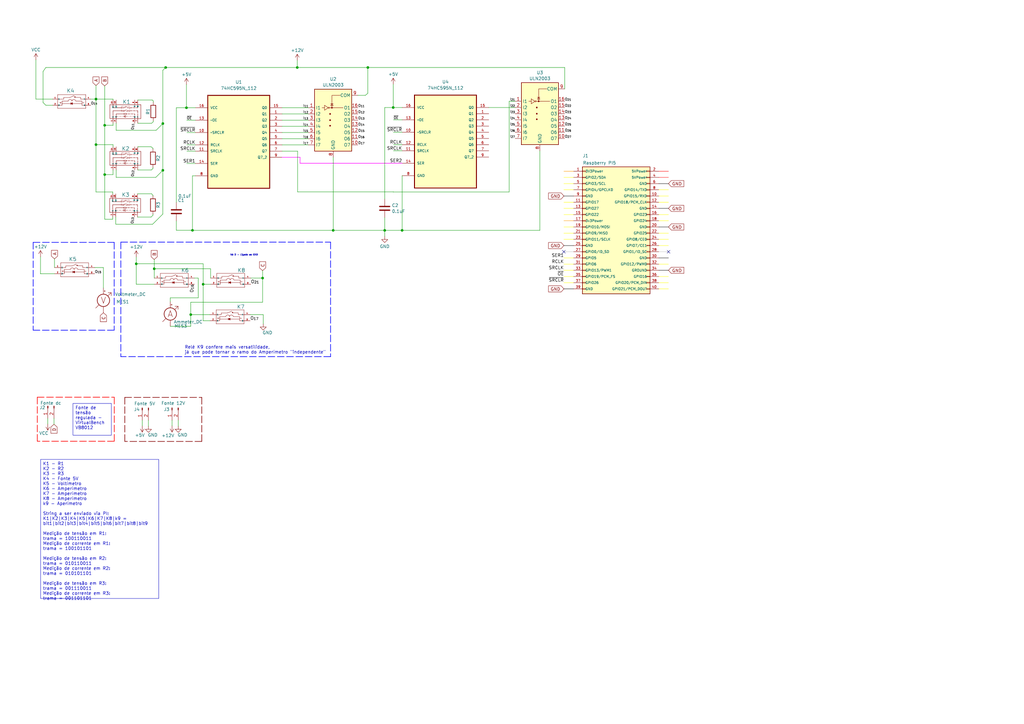
<source format=kicad_sch>
(kicad_sch (version 20231120) (generator "eeschema") (generator_version "8.0")
  (paper "A3")
  (lib_symbols
    (symbol "3570-1331-123:3570-1331-123" (pin_names (offset 0.254))
      (property "Reference" "K" (at 19.6596 2.7432 0))
      (property "Value" "3570-1331-123" (at 19.9136 0.1524 0))
      (symbol "3570-1331-123_1_1"
        (pin unspecified line (at 12.192 -3.81 0) (length 2) (name "1") (number "1"))
        (pin unspecified line (at 12.192 -6.35 0) (length 2) (name "2") (number "2"))
        (pin unspecified line (at 27.8384 -6.35 180) (length 2) (name "3") (number "3"))
        (pin unspecified line (at 27.8384 -3.81 180) (length 2) (name "4") (number "4"))
      )
    )
    (symbol "3570-1331-123_1" (pin_names (offset 0.254))
      (property "Reference" "K" (at 19.6596 2.7432 0))
      (property "Value" "3570-1331-123" (at 19.9136 0.1524 0))
      (symbol "3570-1331-123_1_1_1"
        (pin unspecified line (at 12.065 -3.81 0) (length 2.54) (name "1") (number "1"))
        (pin unspecified line (at 12.065 -6.35 0) (length 2.54) (name "2") (number "2"))
        (pin unspecified line (at 28.575 -6.35 180) (length 2.54) (name "3") (number "3"))
        (pin unspecified line (at 28.575 -3.81 180) (length 2.54) (name "4") (number "4"))
      )
    )
    (symbol "3572-1220-123:3572-1220-123" (pin_names (offset 0.254))
      (property "Reference" "K1" (at -14.605 5.715 0))
      (property "Value" "3572-1220-123" (at -10.16 5.715 0))
      (symbol "3572-1220-123_1_1"
        (pin unspecified line (at -5.08 -10.16 90) (length 2) (name "1") (number "1"))
        (pin unspecified line (at -3.81 -0.635 270) (length 2) (name "13") (number "13"))
        (pin unspecified line (at -5.08 -0.635 270) (length 2) (name "14") (number "14"))
        (pin unspecified line (at -3.81 -10.16 90) (length 2) (name "2") (number "2"))
        (pin unspecified line (at 3.81 -10.16 90) (length 2) (name "6") (number "6"))
        (pin unspecified line (at 5.08 -10.16 90) (length 2) (name "7") (number "7"))
        (pin unspecified line (at 5.08 -0.635 270) (length 2) (name "8") (number "8"))
        (pin unspecified line (at 3.81 -0.635 270) (length 2) (name "9") (number "9"))
      )
    )
    (symbol "74HC595N:74HC595N_112" (pin_names (offset 1.016))
      (property "Reference" "U" (at -5.2866 17.8676 0))
      (property "Value" "74HC595N_112" (at -4.4502 -27.7437 0))
      (symbol "74HC595N_112_0_0"
        (pin output line (at 17.78 7.62 180) (length 5.08) (name "Q1") (number "1"))
        (pin input line (at -17.78 5.08 0) (length 5.08) (name "~OE") (number "13"))
        (pin output line (at 17.78 10.16 180) (length 5.08) (name "Q0") (number "15"))
        (pin power_in line (at -17.78 10.16 0) (length 5.08) (name "VCC") (number "16"))
        (pin output line (at 17.78 5.08 180) (length 5.08) (name "Q2") (number "2"))
        (pin output line (at 17.78 2.54 180) (length 5.08) (name "Q3") (number "3"))
        (pin output line (at 17.78 0 180) (length 5.08) (name "Q4") (number "4"))
        (pin output line (at 17.78 -2.54 180) (length 5.08) (name "Q5") (number "5"))
        (pin output line (at 17.78 -5.08 180) (length 5.08) (name "Q6") (number "6"))
        (pin output line (at 17.78 -7.62 180) (length 5.08) (name "Q7") (number "7"))
        (pin passive line (at -17.78 -17.78 0) (length 5.08) (name "GND") (number "8"))
        (pin output line (at 17.78 -10.16 180) (length 5.08) (name "Q7_2") (number "9"))
      )
      (symbol "74HC595N_112_1_0"
        (pin input line (at -17.78 0 0) (length 5.08) (name "~SRCLR") (number "10"))
        (pin input line (at -17.78 -7.62 0) (length 5.08) (name "SRCLK") (number "11"))
        (pin input line (at -17.78 -5.08 0) (length 5.08) (name "RCLK") (number "12"))
        (pin input line (at -17.78 -12.7 0) (length 5.08) (name "SER") (number "14"))
      )
    )
    (symbol "Connector:Conn_01x02_Pin" (pin_names (offset 1.016) hide)
      (property "Reference" "J" (at 0 2.54 0))
      (property "Value" "Conn_01x02_Pin" (at 0 -5.08 0))
      (symbol "Conn_01x02_Pin_1_1"
        (pin passive line (at 5.08 0 180) (length 3.81) (name "Pin_1") (number "1"))
        (pin passive line (at 5.08 -2.54 180) (length 3.81) (name "Pin_2") (number "2"))
      )
    )
    (symbol "Device:Ammeter_DC" (pin_numbers hide) (pin_names (offset 0.0254) hide)
      (property "Reference" "MES" (at -3.302 1.016 0))
      (property "Value" "Ammeter_DC" (at -3.302 -0.762 0))
      (symbol "Ammeter_DC_0_0"
        (text "A" (at 0 0 0) (effects (font (size 2.54 2.54))))
      )
      (symbol "Ammeter_DC_1_1"
        (pin passive line (at 0 -5.08 90) (length 2.54) (name "-") (number "1"))
        (pin passive line (at 0 5.08 270) (length 2.54) (name "+") (number "2"))
      )
    )
    (symbol "Device:C" (pin_numbers hide) (pin_names (offset 0.254))
      (property "Reference" "C" (at 0.635 2.54 0))
      (property "Value" "C" (at 0.635 -2.54 0))
      (symbol "C_1_1"
        (pin passive line (at 0 3.81 270) (length 2.794) (name "~") (number "1"))
        (pin passive line (at 0 -3.81 90) (length 2.794) (name "~") (number "2"))
      )
    )
    (symbol "Device:R" (pin_numbers hide) (pin_names (offset 0))
      (property "Reference" "R" (at 2.032 0 90))
      (property "Value" "R" (at 0 0 90))
      (symbol "R_1_1"
        (pin passive line (at 0 3.81 270) (length 1.27) (name "~") (number "1"))
        (pin passive line (at 0 -3.81 90) (length 1.27) (name "~") (number "2"))
      )
    )
    (symbol "Device:Voltmeter_DC" (pin_numbers hide) (pin_names (offset 0.0254) hide)
      (property "Reference" "MES" (at -3.302 1.016 0))
      (property "Value" "Voltmeter_DC" (at -3.302 -0.762 0))
      (symbol "Voltmeter_DC_0_0"
        (text "V" (at 0 0 0) (effects (font (size 2.54 2.54))))
      )
      (symbol "Voltmeter_DC_1_1"
        (pin passive line (at 0 -5.08 90) (length 2.54) (name "-") (number "1"))
        (pin passive line (at 0 5.08 270) (length 2.54) (name "+") (number "2"))
      )
    )
    (symbol "PI5:Raspberry_PI5" (pin_names (offset 1.016))
      (property "Reference" "J2" (at 1.27 54.229 0))
      (property "Value" "Raspberry PI5" (at 6.9596 51.5112 0))
      (symbol "Raspberry_PI5_1_1"
        (pin passive line (at -5.08 48.26 0) (length 3.81) (name "3V3Power") (number "1"))
        (pin passive line (at 29.972 38.1 180) (length 3.81) (name "GPIO15/RXD") (number "10"))
        (pin passive line (at -5.08 35.56 0) (length 3.81) (name "GPIO17") (number "11"))
        (pin passive line (at 29.972 35.56 180) (length 3.81) (name "GPIO18/PCM_CLK") (number "12"))
        (pin passive line (at -5.08 33.02 0) (length 3.81) (name "GPIO27") (number "13"))
        (pin passive line (at 29.972 33.02 180) (length 3.81) (name "GND") (number "14"))
        (pin passive line (at -5.08 30.48 0) (length 3.81) (name "GPIO22") (number "15"))
        (pin passive line (at 29.972 30.48 180) (length 3.81) (name "GPIO23") (number "16"))
        (pin passive line (at -5.08 27.94 0) (length 3.81) (name "3v3Power") (number "17"))
        (pin passive line (at 29.972 27.94 180) (length 3.81) (name "GPIO24") (number "18"))
        (pin passive line (at -5.08 25.4 0) (length 3.81) (name "GPIO10/MOSI") (number "19"))
        (pin passive line (at 29.972 48.26 180) (length 3.81) (name "5VPower") (number "2"))
        (pin passive line (at 29.972 25.4 180) (length 3.81) (name "GND") (number "20"))
        (pin passive line (at -5.08 22.86 0) (length 3.81) (name "GPIO9/MISO") (number "21"))
        (pin passive line (at 29.972 22.86 180) (length 3.81) (name "GPIO25") (number "22"))
        (pin passive line (at -5.08 20.32 0) (length 3.81) (name "GPIO11/SCLK") (number "23"))
        (pin passive line (at 29.972 20.32 180) (length 3.81) (name "GPIO8/CE0") (number "24"))
        (pin passive line (at -5.08 17.78 0) (length 3.81) (name "GND") (number "25"))
        (pin passive line (at 29.972 17.78 180) (length 3.81) (name "GPIO7/CE1") (number "26"))
        (pin passive line (at -5.08 15.24 0) (length 3.81) (name "GPIO0/ID_SD") (number "27"))
        (pin passive line (at 29.972 15.24 180) (length 3.81) (name "GPIO1/ID_SC") (number "28"))
        (pin passive line (at -5.08 12.7 0) (length 3.81) (name "GPIO5") (number "29"))
        (pin passive line (at -5.08 45.72 0) (length 3.81) (name "GPIO2/SDA") (number "3"))
        (pin passive line (at 29.972 12.7 180) (length 3.81) (name "GND") (number "30"))
        (pin passive line (at -5.08 10.16 0) (length 3.81) (name "GPIO6") (number "31"))
        (pin passive line (at 29.972 10.16 180) (length 3.81) (name "GPIO12/PWM0") (number "32"))
        (pin passive line (at -5.08 7.62 0) (length 3.81) (name "GPIO13/PWM1") (number "33"))
        (pin passive line (at 29.972 7.62 180) (length 3.81) (name "GROUND") (number "34"))
        (pin passive line (at -5.08 5.08 0) (length 3.81) (name "GPIO19/PCM_FS") (number "35"))
        (pin passive line (at 29.972 5.08 180) (length 3.81) (name "GPIO16") (number "36"))
        (pin passive line (at -5.08 2.54 0) (length 3.81) (name "GPIO26") (number "37"))
        (pin passive line (at 29.972 2.54 180) (length 3.81) (name "GPIO20/PCM_DIN") (number "38"))
        (pin passive line (at -5.08 0 0) (length 3.81) (name "GND") (number "39"))
        (pin passive line (at 29.972 45.72 180) (length 3.81) (name "5VPower") (number "4"))
        (pin passive line (at 29.972 0 180) (length 3.81) (name "GPIO21/PCM_DOUT") (number "40"))
        (pin passive line (at -5.08 43.18 0) (length 3.81) (name "GPIO3/SCL") (number "5"))
        (pin passive line (at 29.972 43.18 180) (length 3.81) (name "GND") (number "6"))
        (pin passive line (at -5.08 40.64 0) (length 3.81) (name "GPIO4/GPCLK0") (number "7"))
        (pin passive line (at 29.972 40.64 180) (length 3.81) (name "GPIO14/TXD") (number "8"))
        (pin passive line (at -5.08 38.1 0) (length 3.81) (name "GND") (number "9"))
      )
    )
    (symbol "Transistor_Array:ULN2003"
      (property "Reference" "U" (at 0 15.875 0))
      (property "Value" "ULN2003" (at 0 13.97 0))
      (symbol "ULN2003_1_1"
        (pin input line (at -10.16 5.08 0) (length 2.54) (name "I1") (number "1"))
        (pin open_collector line (at 10.16 -10.16 180) (length 2.54) (name "O7") (number "10"))
        (pin open_collector line (at 10.16 -7.62 180) (length 2.54) (name "O6") (number "11"))
        (pin open_collector line (at 10.16 -5.08 180) (length 2.54) (name "O5") (number "12"))
        (pin open_collector line (at 10.16 -2.54 180) (length 2.54) (name "O4") (number "13"))
        (pin open_collector line (at 10.16 0 180) (length 2.54) (name "O3") (number "14"))
        (pin open_collector line (at 10.16 2.54 180) (length 2.54) (name "O2") (number "15"))
        (pin open_collector line (at 10.16 5.08 180) (length 2.54) (name "O1") (number "16"))
        (pin input line (at -10.16 2.54 0) (length 2.54) (name "I2") (number "2"))
        (pin input line (at -10.16 0 0) (length 2.54) (name "I3") (number "3"))
        (pin input line (at -10.16 -2.54 0) (length 2.54) (name "I4") (number "4"))
        (pin input line (at -10.16 -5.08 0) (length 2.54) (name "I5") (number "5"))
        (pin input line (at -10.16 -7.62 0) (length 2.54) (name "I6") (number "6"))
        (pin input line (at -10.16 -10.16 0) (length 2.54) (name "I7") (number "7"))
        (pin power_in line (at 0 -15.24 90) (length 2.54) (name "GND") (number "8"))
        (pin passive line (at 10.16 10.16 180) (length 2.54) (name "COM") (number "9"))
      )
    )
    (symbol "power:+12V" (power) (pin_names (offset 0))
      (property "Value" "+12V" (at 0 3.556 0))
      (symbol "+12V_1_1"
        (pin power_in line (at 0 0 90) (length 0) hide (name "+12V") (number "1"))
      )
    )
    (symbol "power:+5V" (power) (pin_names (offset 0))
      (property "Value" "+5V" (at 0 3.556 0))
      (symbol "+5V_1_1"
        (pin power_in line (at 0 0 90) (length 0) hide (name "+5V") (number "1"))
      )
    )
    (symbol "power:GND" (power) (pin_names (offset 0))
      (property "Value" "GND" (at 0 -3.81 0))
      (symbol "GND_1_1"
        (pin power_in line (at 0 0 270) (length 0) hide (name "GND") (number "1"))
      )
    )
    (symbol "power:VCC" (power) (pin_names (offset 0))
      (property "Value" "VCC" (at 0 3.81 0))
      (symbol "VCC_1_1"
        (pin power_in line (at 0 0 90) (length 0) hide (name "VCC") (number "1"))
      )
    )
  )
  (junction (at 161.2646 44.0944))
  (junction (at 76.4794 44.196))
  (junction (at 66.802 69.85))
  (junction (at 164.9213 94.488))
  (junction (at 42.926 51.3842))
  (junction (at 39.37 40.64))
  (junction (at 67.945 27.686))
  (junction (at 121.92 27.686))
  (junction (at 39.37 59.309))
  (junction (at 78.9432 94.4626))
  (junction (at 150.876 27.686))
  (junction (at 66.802 50.673))
  (junction (at 107.696 114.046))
  (junction (at 83.312 116.586))
  (junction (at 78.232 129.032))
  (junction (at 55.88 108.204))
  (junction (at 42.9329 71.6026))
  (junction (at 157.7848 94.488))
  (junction (at 63.246 110.236))
  (junction (at 136.652 94.488))
  (no_connect (at 231.267 103.251))
  (no_connect (at 274.193 103.251))
  (wire (pts (xy 231.267 118.491) (xy 235.204 118.491)) (stroke (width 0) (color 0 0 0 1)))
  (wire (pts (xy 136.652 94.488) (xy 157.7848 94.488)))
  (wire (pts (xy 83.312 116.586) (xy 83.312 108.204)))
  (wire (pts (xy 76.581 67.056) (xy 80.137 67.056)))
  (wire (pts (xy 56.388 79.502) (xy 62.23 79.502)))
  (wire (pts (xy 270.256 113.411) (xy 274.1676 113.411)) (stroke (width 0) (color 255 255 0 1)))
  (wire (pts (xy 67.945 27.686) (xy 121.92 27.686)))
  (wire (pts (xy 58.3438 172.3898) (xy 58.3438 174.6758)))
  (wire (pts (xy 62.738 88.265) (xy 61.976 89.027)))
  (wire (pts (xy 42.926 71.6026) (xy 42.9329 71.6026)))
  (wire (pts (xy 270.256 115.951) (xy 274.1676 115.951)) (stroke (width 0) (color 255 255 0 1)))
  (wire (pts (xy 21.59 43.18) (xy 18.796 43.18)))
  (wire (pts (xy 208.8134 41.5544) (xy 211.2772 41.5544)))
  (wire (pts (xy 161.3662 49.1744) (xy 164.9222 49.1744)))
  (wire (pts (xy 115.697 54.356) (xy 126.492 54.356)))
  (wire (pts (xy 115.697 59.436) (xy 126.492 59.436)))
  (wire (pts (xy 161.2646 44.0944) (xy 161.2646 34.5694)))
  (wire (pts (xy 231.267 75.311) (xy 235.204 75.311)) (stroke (width 0) (color 255 255 0 1)))
  (wire (pts (xy 62.738 60.833) (xy 61.976 60.198)))
  (wire (pts (xy 78.232 133.858) (xy 78.232 129.032)))
  (wire (pts (xy 62.611 91.948) (xy 66.802 87.757)))
  (wire (pts (xy 86.36 114.046) (xy 86.36 110.236)))
  (wire (pts (xy 164.9213 94.488) (xy 221.4372 94.488)))
  (wire (pts (xy 80.137 44.196) (xy 76.4794 44.196)))
  (wire (pts (xy 63.246 110.236) (xy 63.246 114.046)))
  (wire (pts (xy 17.653 29.337) (xy 18.796 27.686)))
  (wire (pts (xy 38.862 109.728) (xy 42.418 109.728)))
  (wire (pts (xy 51.181 162.9918) (xy 51.181 181.0512)) (stroke (width 0.254) (type dash) (color 132 0 0 1)))
  (wire (pts (xy 16.6116 112.2426) (xy 16.637 112.2426)))
  (wire (pts (xy 69.85 133.858) (xy 78.232 133.858)))
  (wire (pts (xy 62.865 41.402) (xy 62.484 41.021)))
  (wire (pts (xy 56.515 41.021) (xy 62.484 41.021)))
  (wire (pts (xy 22.352 106.172) (xy 22.352 109.728)))
  (wire (pts (xy 49.5554 99.314) (xy 135.5852 99.314)) (stroke (width 0.254) (type dash) (color 0 0 255 1)))
  (wire (pts (xy 83.312 108.204) (xy 55.88 108.204)))
  (wire (pts (xy 270.256 77.851) (xy 274.193 77.851)) (stroke (width 0) (color 255 255 0 1)))
  (wire (pts (xy 76.581 49.276) (xy 80.137 49.276)))
  (wire (pts (xy 46.3296 51.3588) (xy 46.355 51.3588)))
  (wire (pts (xy 39.37 35.052) (xy 39.37 40.64)))
  (wire (pts (xy 46.355 59.309) (xy 39.37 59.309)))
  (wire (pts (xy 231.267 108.331) (xy 235.204 108.331)) (stroke (width 0) (color 255 255 0 1)))
  (wire (pts (xy 76.4794 44.196) (xy 76.4794 34.671)))
  (wire (pts (xy 270.256 98.171) (xy 274.193 98.171)) (stroke (width 0) (color 255 255 0 1)))
  (wire (pts (xy 270.256 82.931) (xy 274.193 82.931)) (stroke (width 0) (color 255 255 0 1)))
  (wire (pts (xy 200.4822 44.0944) (xy 211.2772 44.0944)))
  (wire (pts (xy 78.9432 94.4626) (xy 78.9432 94.488)))
  (wire (pts (xy 231.267 115.951) (xy 235.204 115.951)) (stroke (width 0) (color 255 255 0 1)))
  (wire (pts (xy 231.267 80.391) (xy 235.204 80.391)) (stroke (width 0) (color 0 0 0 1)))
  (wire (pts (xy 17.653 42.037) (xy 17.653 29.337)))
  (wire (pts (xy 47.625 69.723) (xy 47.625 72.771)))
  (wire (pts (xy 83.312 131.572) (xy 83.312 116.586)))
  (wire (pts (xy 231.267 90.551) (xy 235.204 90.551)) (stroke (width 0) (color 255 153 0 1)))
  (wire (pts (xy 46.355 51.3588) (xy 46.355 50.546)))
  (wire (pts (xy 86.36 116.586) (xy 83.312 116.586)))
  (wire (pts (xy 22.1488 171.6024) (xy 22.1488 174.0154)))
  (wire (pts (xy 161.417 59.3344) (xy 164.9222 59.3344)))
  (wire (pts (xy 231.267 103.251) (xy 235.204 103.251)) (stroke (width 0) (color 194 194 194 1)))
  (wire (pts (xy 161.3408 78.74) (xy 161.3408 78.7146)))
  (wire (pts (xy 60.8838 172.3898) (xy 60.8838 174.8028)))
  (wire (pts (xy 122.047 61.976) (xy 122.047 78.7146)))
  (wire (pts (xy 107.696 123.952) (xy 78.232 123.952)))
  (wire (pts (xy 42.926 35.2298) (xy 42.926 51.3842)))
  (wire (pts (xy 86.36 110.236) (xy 63.246 110.236)))
  (wire (pts (xy 123.063 66.9544) (xy 164.9222 66.9544)) (stroke (width 0.2) (color 255 0 255 1)))
  (wire (pts (xy 164.9222 72.0344) (xy 164.9222 94.4871)))
  (wire (pts (xy 47.498 89.027) (xy 47.498 91.948)))
  (wire (pts (xy 121.92 24.765) (xy 121.92 27.686)))
  (wire (pts (xy 42.926 51.3842) (xy 46.3296 51.3842)))
  (wire (pts (xy 79.756 114.046) (xy 81.28 114.046)))
  (wire (pts (xy 231.267 105.791) (xy 235.204 105.791)) (stroke (width 0) (color 255 255 0 1)))
  (wire (pts (xy 56.515 69.723) (xy 62.103 69.723)))
  (wire (pts (xy 62.738 68.707) (xy 62.738 69.088)))
  (wire (pts (xy 51.181 162.9918) (xy 82.7532 162.9918)) (stroke (width 0.254) (type dash) (color 132 0 0 1)))
  (wire (pts (xy 46.355 60.198) (xy 46.355 59.309)))
  (wire (pts (xy 46.228 78.74) (xy 46.228 79.502)))
  (wire (pts (xy 78.232 129.032) (xy 86.106 129.032)))
  (wire (pts (xy 80.137 54.356) (xy 76.6572 54.356)))
  (wire (pts (xy 82.7532 181.0512) (xy 51.181 181.0512)) (stroke (width 0.254) (type dash) (color 132 0 0 1)))
  (wire (pts (xy 46.8376 99.3902) (xy 46.8376 135.4328)) (stroke (width 0.254) (type dash) (color 0 0 255 1)))
  (wire (pts (xy 122.047 78.7146) (xy 161.3408 78.7146)))
  (wire (pts (xy 231.267 100.711) (xy 235.204 100.711)) (stroke (width 0) (color 0 0 0 1)))
  (wire (pts (xy 63.881 72.771) (xy 66.802 69.85)))
  (wire (pts (xy 66.802 50.673) (xy 66.802 69.85)))
  (wire (pts (xy 62.865 49.911) (xy 62.23 50.546)))
  (wire (pts (xy 164.9222 94.4871) (xy 164.9213 94.488)))
  (wire (pts (xy 80.137 61.976) (xy 76.6572 61.976)))
  (wire (pts (xy 86.106 131.572) (xy 83.312 131.572)))
  (wire (pts (xy 15.2908 162.9156) (xy 15.2908 180.975)) (stroke (width 0.254) (type dash) (color 255 0 0 1)))
  (wire (pts (xy 47.625 72.771) (xy 63.881 72.771)))
  (wire (pts (xy 39.37 78.74) (xy 46.228 78.74)))
  (wire (pts (xy 150.876 27.686) (xy 150.876 38.227)))
  (wire (pts (xy 19.6088 171.6024) (xy 19.6088 173.8884)))
  (wire (pts (xy 15.2908 162.9156) (xy 46.863 162.9156)) (stroke (width 0.254) (type dash) (color 255 0 0 1)))
  (wire (pts (xy 16.637 112.2426) (xy 16.637 112.268)))
  (wire (pts (xy 161.3662 61.8744) (xy 164.9222 61.8744)))
  (wire (pts (xy 115.697 49.276) (xy 126.492 49.276)))
  (wire (pts (xy 107.696 110.998) (xy 107.696 114.046)))
  (wire (pts (xy 72.3392 94.4626) (xy 78.9432 94.4626)))
  (wire (pts (xy 39.37 59.309) (xy 39.37 78.74)))
  (wire (pts (xy 66.802 28.829) (xy 67.945 27.686)))
  (wire (pts (xy 157.7848 44.0944) (xy 161.2646 44.0944)))
  (wire (pts (xy 46.3296 51.3588) (xy 46.3296 51.3842)))
  (wire (pts (xy 14.732 24.5364) (xy 14.732 40.64)))
  (wire (pts (xy 270.256 105.791) (xy 274.193 105.791)) (stroke (width 0) (color 0 0 0 1)))
  (wire (pts (xy 42.9329 71.6026) (xy 46.355 71.6026)))
  (wire (pts (xy 102.87 114.046) (xy 107.696 114.046)))
  (wire (pts (xy 231.267 85.471) (xy 235.204 85.471)) (stroke (width 0) (color 255 255 0 1)))
  (wire (pts (xy 157.7848 89.2556) (xy 157.7848 94.488)))
  (wire (pts (xy 231.267 72.771) (xy 235.204 72.771)) (stroke (width 0) (color 255 255 0 1)))
  (wire (pts (xy 146.812 39.116) (xy 149.86 39.116)))
  (wire (pts (xy 121.92 27.686) (xy 150.876 27.686)))
  (wire (pts (xy 16.637 112.268) (xy 22.352 112.268)))
  (wire (pts (xy 46.355 40.64) (xy 46.355 41.021)))
  (wire (pts (xy 270.256 110.871) (xy 274.193 110.871)) (stroke (width 0) (color 0 0 0 1)))
  (wire (pts (xy 115.697 64.516) (xy 123.063 64.516)) (stroke (width 0.2) (color 255 0 255 1)))
  (wire (pts (xy 62.738 80.137) (xy 62.23 79.502)))
  (wire (pts (xy 270.256 95.631) (xy 274.193 95.631)) (stroke (width 0) (color 255 255 0 1)))
  (wire (pts (xy 62.738 61.087) (xy 62.738 60.833)))
  (wire (pts (xy 231.267 98.171) (xy 235.204 98.171)) (stroke (width 0) (color 255 255 0 1)))
  (wire (pts (xy 62.738 69.088) (xy 62.103 69.723)))
  (wire (pts (xy 46.8376 135.4328) (xy 13.6144 135.4328)) (stroke (width 0.254) (type dash) (color 0 0 255 1)))
  (wire (pts (xy 270.256 75.311) (xy 274.193 75.311)) (stroke (width 0) (color 0 0 0 1)))
  (wire (pts (xy 49.5554 99.314) (xy 49.5554 146.2786)) (stroke (width 0.254) (type dash) (color 0 0 255 1)))
  (wire (pts (xy 66.802 28.829) (xy 66.802 50.673)))
  (wire (pts (xy 270.256 70.231) (xy 274.193 70.231)) (stroke (width 0) (color 255 0 0 1)))
  (wire (pts (xy 47.625 53.467) (xy 64.008 53.467)))
  (wire (pts (xy 231.2924 88.011) (xy 235.204 88.011)) (stroke (width 0) (color 255 255 0 1)))
  (wire (pts (xy 72.3392 90.6272) (xy 72.3392 94.4626)))
  (wire (pts (xy 47.498 91.948) (xy 62.611 91.948)))
  (wire (pts (xy 150.876 27.686) (xy 231.5972 27.686)))
  (wire (pts (xy 42.418 109.728) (xy 42.418 118.11)))
  (wire (pts (xy 115.697 44.196) (xy 126.492 44.196)))
  (wire (pts (xy 66.802 69.85) (xy 66.802 87.757)))
  (wire (pts (xy 69.85 122.174) (xy 69.85 123.698)))
  (wire (pts (xy 135.5852 99.314) (xy 135.5852 146.2786)) (stroke (width 0.254) (type dash) (color 0 0 255 1)))
  (wire (pts (xy 81.28 114.046) (xy 81.28 122.174)))
  (wire (pts (xy 115.697 61.976) (xy 122.047 61.976)))
  (wire (pts (xy 42.9329 89.916) (xy 42.9329 71.6026)))
  (wire (pts (xy 72.3392 44.196) (xy 76.4794 44.196)))
  (wire (pts (xy 231.267 95.631) (xy 235.204 95.631)) (stroke (width 0) (color 255 255 0 1)))
  (wire (pts (xy 73.1012 172.3644) (xy 73.1012 174.7774)))
  (wire (pts (xy 270.256 108.331) (xy 274.1676 108.331)) (stroke (width 0) (color 255 255 0 1)))
  (wire (pts (xy 64.008 53.467) (xy 66.802 50.673)))
  (wire (pts (xy 62.738 80.264) (xy 62.738 80.137)))
  (wire (pts (xy 80.137 72.136) (xy 78.9432 72.136)))
  (wire (pts (xy 115.697 51.816) (xy 126.492 51.816)))
  (wire (pts (xy 208.8134 41.5544) (xy 208.8134 78.74)))
  (wire (pts (xy 231.267 82.931) (xy 235.204 82.931)) (stroke (width 0) (color 255 255 0 1)))
  (wire (pts (xy 78.232 123.952) (xy 78.232 129.032)))
  (wire (pts (xy 78.9432 94.488) (xy 136.652 94.488)))
  (wire (pts (xy 13.6144 99.3902) (xy 13.6144 135.4328)) (stroke (width 0.254) (type dash) (color 0 0 255 1)))
  (wire (pts (xy 157.7848 44.0944) (xy 157.7848 81.6356)))
  (wire (pts (xy 107.696 114.046) (xy 107.696 123.952)))
  (wire (pts (xy 13.6144 99.3902) (xy 46.8376 99.3902)) (stroke (width 0.254) (type dash) (color 0 0 255 1)))
  (wire (pts (xy 39.37 40.64) (xy 46.355 40.64)))
  (wire (pts (xy 231.267 70.231) (xy 235.204 70.231)) (stroke (width 0) (color 255 153 0 1)))
  (wire (pts (xy 231.267 110.871) (xy 235.204 110.871)) (stroke (width 0) (color 255 255 0 1)))
  (wire (pts (xy 270.256 118.491) (xy 274.1676 118.491)) (stroke (width 0) (color 255 255 0 1)))
  (wire (pts (xy 161.3662 54.2544) (xy 164.9222 54.2544)))
  (wire (pts (xy 221.4372 61.8744) (xy 221.4372 94.488)))
  (wire (pts (xy 70.5612 172.3644) (xy 70.5612 174.6504)))
  (wire (pts (xy 270.256 80.391) (xy 274.193 80.391)) (stroke (width 0) (color 255 255 0 1)))
  (wire (pts (xy 115.697 56.896) (xy 126.492 56.896)))
  (wire (pts (xy 37.2364 40.64) (xy 39.37 40.64)))
  (wire (pts (xy 47.625 50.546) (xy 47.625 53.467)))
  (wire (pts (xy 231.2924 93.091) (xy 235.204 93.091)) (stroke (width 0) (color 255 255 0 1)))
  (wire (pts (xy 149.86 39.116) (xy 150.876 38.227)))
  (wire (pts (xy 136.652 64.516) (xy 136.652 94.488)))
  (wire (pts (xy 62.738 87.884) (xy 62.738 88.265)))
  (wire (pts (xy 82.7532 162.9918) (xy 82.7532 181.0512)) (stroke (width 0.254) (type dash) (color 132 0 0 1)))
  (wire (pts (xy 16.6116 105.3084) (xy 16.6116 112.2426)))
  (wire (pts (xy 231.5972 27.686) (xy 231.5972 36.4744)))
  (wire (pts (xy 115.697 46.736) (xy 126.492 46.736)))
  (wire (pts (xy 231.2924 113.411) (xy 235.204 113.411)) (stroke (width 0) (color 255 255 0 1)))
  (wire (pts (xy 157.7848 94.488) (xy 157.7848 96.9518)))
  (wire (pts (xy 123.063 64.516) (xy 123.063 66.9544)) (stroke (width 0.2) (color 255 0 255 1)))
  (wire (pts (xy 72.3392 83.0072) (xy 72.3392 44.196)))
  (wire (pts (xy 161.2646 44.0944) (xy 164.9222 44.0944)))
  (wire (pts (xy 161.3408 78.74) (xy 208.8134 78.74)))
  (wire (pts (xy 270.256 90.551) (xy 274.193 90.551)) (stroke (width 0) (color 255 255 0 1)))
  (wire (pts (xy 157.7848 94.488) (xy 164.9213 94.488)))
  (wire (pts (xy 39.37 40.64) (xy 39.37 59.309)))
  (wire (pts (xy 270.256 93.091) (xy 274.193 93.091)) (stroke (width 0) (color 0 0 0 1)))
  (wire (pts (xy 270.256 103.251) (xy 274.193 103.251)) (stroke (width 0) (color 194 194 194 1)))
  (wire (pts (xy 107.95 129.032) (xy 107.95 132.842)))
  (wire (pts (xy 55.88 105.41) (xy 55.88 108.204)))
  (wire (pts (xy 14.732 40.64) (xy 21.59 40.64)))
  (wire (pts (xy 46.863 180.975) (xy 15.2908 180.975)) (stroke (width 0.254) (type dash) (color 255 0 0 1)))
  (wire (pts (xy 102.616 129.032) (xy 107.95 129.032)))
  (wire (pts (xy 18.796 43.18) (xy 17.653 42.037)))
  (wire (pts (xy 56.515 60.198) (xy 61.976 60.198)))
  (wire (pts (xy 46.228 89.916) (xy 42.9329 89.916)))
  (wire (pts (xy 270.256 88.011) (xy 274.193 88.011)) (stroke (width 0) (color 255 255 0 1)))
  (wire (pts (xy 42.926 51.3842) (xy 42.926 71.6026)))
  (wire (pts (xy 55.88 116.586) (xy 63.246 116.586)))
  (wire (pts (xy 78.9432 72.136) (xy 78.9432 94.4626)))
  (wire (pts (xy 62.865 49.53) (xy 62.865 49.911)))
  (wire (pts (xy 270.256 72.771) (xy 274.193 72.771)) (stroke (width 0) (color 255 0 0 1)))
  (wire (pts (xy 135.5852 146.2786) (xy 49.5554 146.2786)) (stroke (width 0.254) (type dash) (color 0 0 255 1)))
  (wire (pts (xy 46.355 69.723) (xy 46.355 71.6026)))
  (wire (pts (xy 62.865 41.91) (xy 62.865 41.402)))
  (wire (pts (xy 63.246 106.426) (xy 63.246 110.236)))
  (wire (pts (xy 56.515 50.546) (xy 62.23 50.546)))
  (wire (pts (xy 81.28 122.174) (xy 69.85 122.174)))
  (wire (pts (xy 55.88 108.204) (xy 55.88 116.586)))
  (wire (pts (xy 46.863 162.9156) (xy 46.863 180.975)) (stroke (width 0.254) (type dash) (color 255 0 0 1)))
  (wire (pts (xy 56.388 89.027) (xy 61.976 89.027)))
  (wire (pts (xy 231.267 77.851) (xy 235.204 77.851)) (stroke (width 0) (color 255 255 0 1)))
  (wire (pts (xy 270.256 85.471) (xy 274.193 85.471)) (stroke (width 0) (color 0 0 0 1)))
  (wire (pts (xy 46.228 89.916) (xy 46.228 89.027)))
  (wire (pts (xy 18.796 27.686) (xy 67.945 27.686)))
  (wire (pts (xy 270.256 100.711) (xy 274.1676 100.711)) (stroke (width 0) (color 255 255 0 1)))
  (wire (pts (xy 76.6318 59.436) (xy 80.137 59.436)))
  (text_box "Fonte de tensão regulada - VirtualBench VB8012" (at 29.9212 165.481 0) (size 15.7734 13.0048) (effects (font (size 1.27 1.27)) (justify left top)))
  (text_box "K1 - R1\nK2 - R2\nK3 - R3\nK4 - Fonte 5V\nK5 - Voltímetro\nK6 - Amperímetro\nK7 - Amperímetro\nK8 - Amperímetro\nk9 - Aperímetro\n\nString a ser enviado via PI: \nK1|K2|K3|K4|K5|K6|K7|K8|k9 = bit1|bit2|bit3|bit4|bit5|bit6|bit7|bit8|bit9\n\nMedição de tensão em R1:\ntrama = 100110011\nMedição de corrente em R1:\ntrama = 100101101\n\nMedição de tensão em R2:\ntrama = 010110011\nMedição de corrente em R2:\ntrama = 010101101\n\nMedição de tensão em R3:\ntrama = 001110011\nMedição de corrente em R3:\ntrama = 001101101\n" (at 16.637 188.4426 0) (size 48.4886 57.023) (effects (font (size 1.27 1.27)) (justify left top)))
  (text "Relé K9 confere mais versatilidade, \njá que pode tornar o ramo do Amperímetro \"independente\"" (at 75.7174 145.3388 0) (effects (font (size 1.27 1.27)) (justify left bottom)))
  (text "Nó D - Ligado ao GND" (at 94.361 105.029 0) (effects (font (size 0.635 0.635)) (justify left bottom)))
  (label "O_{11}" (at 55.245 50.546 270) (effects (font (size 1 1))))
  (label "RCLK" (at 80.137 59.436 180))
  (label "SER2" (at 164.9222 66.9544 180))
  (label "I_{15}" (at 126.4412 54.356 180) (effects (font (size 1 1))))
  (label "O_{11}" (at 146.812 44.196 0) (effects (font (size 1 1))))
  (label "SRCLK" (at 80.137 61.976 180))
  (label "I_{25}" (at 211.2772 51.7144 180) (effects (font (size 1 1))))
  (label "I_{21}" (at 211.2772 41.5544 180) (effects (font (size 1 1))))
  (label "I_{24}" (at 211.2772 49.1744 180) (effects (font (size 1 1))))
  (label "I_{22}" (at 211.2772 44.0944 180) (effects (font (size 1 1))))
  (label "I_{11}" (at 126.492 44.196 180) (effects (font (size 1 1))))
  (label "RCLK" (at 231.267 108.331 180))
  (label "O_{23}" (at 231.5972 46.6344 0) (effects (font (size 1 1))))
  (label "I_{17}" (at 126.492 59.436 180) (effects (font (size 1 1))))
  (label "O_{21}" (at 231.5972 41.5544 0) (effects (font (size 1 1))))
  (label "O_{17}" (at 102.616 131.572 0))
  (label "O_{21}" (at 102.87 116.586 0))
  (label "~{OE}" (at 76.581 49.276 0) (effects (font (size 1 1))))
  (label "I_{12}" (at 126.492 46.736 180) (effects (font (size 1 1))))
  (label "O_{26}" (at 231.5972 54.2544 0) (effects (font (size 1 1))))
  (label "I_{26}" (at 211.2772 54.2544 180) (effects (font (size 1 1))))
  (label "O_{12}" (at 146.812 46.736 0) (effects (font (size 1 1))))
  (label "O_{15}" (at 38.862 112.268 0) (effects (font (size 1 1))))
  (label "O_{14}" (at 146.812 51.816 0) (effects (font (size 1 1))))
  (label "RCLK" (at 164.9222 59.3344 180))
  (label "O_{14}" (at 37.2364 43.18 0) (effects (font (size 1 1))))
  (label "O_{16}" (at 79.756 116.586 270))
  (label "O_{27}" (at 231.5972 56.7944 0) (effects (font (size 1 1))))
  (label "O_{25}" (at 231.5972 51.7144 0) (effects (font (size 1 1))))
  (label "~{SRCLR}" (at 231.267 115.951 180))
  (label "O_{13}" (at 146.812 49.276 0) (effects (font (size 1 1))))
  (label "O_{12}" (at 55.245 69.723 270) (effects (font (size 1 1))))
  (label "I_{23}" (at 211.2772 46.6344 180) (effects (font (size 1 1))))
  (label "~{SRCLR}" (at 80.137 54.356 180))
  (label "O_{24}" (at 231.5972 49.1744 0) (effects (font (size 1 1))))
  (label "SRCLK" (at 231.267 110.871 180))
  (label "I_{13}" (at 126.492 49.276 180) (effects (font (size 1 1))))
  (label "I_{14}" (at 126.4666 51.816 180) (effects (font (size 1 1))))
  (label "~{SRCLR}" (at 164.9222 54.2544 180))
  (label "SER1" (at 231.267 105.791 180))
  (label "~{OE}" (at 231.2924 113.411 180))
  (label "O_{17}" (at 146.812 59.436 0) (effects (font (size 1 1))))
  (label "SER1" (at 80.137 67.056 180))
  (label "O_{13}" (at 55.118 89.027 270) (effects (font (size 1 1))))
  (label "I_{27}" (at 211.2772 56.7944 180) (effects (font (size 1 1))))
  (label "I_{16}" (at 126.492 56.896 180) (effects (font (size 1 1))))
  (label "O_{22}" (at 231.5972 44.0944 0) (effects (font (size 1 1))))
  (label "~{OE}" (at 161.3662 49.1744 0) (effects (font (size 1 1))))
  (label "O_{15}" (at 146.812 54.356 0) (effects (font (size 1 1))))
  (label "O_{16}" (at 146.812 56.896 0) (effects (font (size 1 1))))
  (label "SRCLK" (at 164.9222 61.8744 180))
  (global_label "GND" (shape input) (at 231.267 100.711 180) (property "Intersheetrefs" "${INTERSHEET_REFS}" (effects (hide yes))))
  (global_label "A" (shape input) (at 39.37 35.052 90) (property "Intersheetrefs" "${INTERSHEET_REFS}" (effects (hide yes))))
  (global_label "C" (shape input) (at 42.418 128.27 270) (property "Intersheetrefs" "${INTERSHEET_REFS}" (effects (hide yes))))
  (global_label "B" (shape input) (at 42.926 35.2298 90) (property "Intersheetrefs" "${INTERSHEET_REFS}" (effects (hide yes))))
  (global_label "D" (shape input) (at 22.1488 174.0154 270) (property "Intersheetrefs" "${INTERSHEET_REFS}" (effects (hide yes))))
  (global_label "C" (shape input) (at 107.696 110.998 90) (property "Intersheetrefs" "${INTERSHEET_REFS}" (effects (hide yes))))
  (global_label "B" (shape input) (at 63.246 106.426 90) (property "Intersheetrefs" "${INTERSHEET_REFS}" (effects (hide yes))))
  (global_label "GND" (shape input) (at 274.193 75.311 0) (property "Intersheetrefs" "${INTERSHEET_REFS}" (effects (hide yes))))
  (global_label "GND" (shape input) (at 274.193 110.871 0) (property "Intersheetrefs" "${INTERSHEET_REFS}" (effects (hide yes))))
  (global_label "GND" (shape input) (at 231.267 118.491 180) (property "Intersheetrefs" "${INTERSHEET_REFS}" (effects (hide yes))))
  (global_label "GND" (shape input) (at 274.193 93.091 0) (property "Intersheetrefs" "${INTERSHEET_REFS}" (effects (hide yes))))
  (global_label "A" (shape input) (at 22.352 106.172 90) (property "Intersheetrefs" "${INTERSHEET_REFS}" (effects (hide yes))))
  (global_label "GND" (shape input) (at 231.267 80.391 180) (property "Intersheetrefs" "${INTERSHEET_REFS}" (effects (hide yes))))
  (global_label "GND" (shape input) (at 274.193 85.471 0) (property "Intersheetrefs" "${INTERSHEET_REFS}" (effects (hide yes))))
  (symbol (lib_id "Device:R") (at 62.865 45.72 180) (unit 1)
    (property "Reference" "R1" (effects (hide yes)))
    (property "Value" "R1" (at 60.706 45.72 90))
    (property "Footprint" "Resistor_THT:R_Axial_DIN0207_L6.3mm_D2.5mm_P15.24mm_Horizontal" (effects (hide yes)))
  )
  (symbol (lib_id "power:+5V") (at 76.4794 34.671 0) (unit 1)
    (property "Reference" "#PWR09" (effects (hide yes)))
    (property "Value" "+5V" (at 76.4794 30.5379 0))
  )
  (symbol (lib_name "3570-1331-123_1") (lib_id "3570-1331-123:3570-1331-123") (at 10.287 105.918 0) (unit 1)
    (property "Reference" "K5" (at 29.845 106.299 0) (effects (font (size 1.524 1.524))))
    (property "Value" "3570-1331-123" (effects (hide yes)))
    (property "Footprint" "rele_SPST_tese:SIP_3570-1331_COM" (effects (hide yes)))
    (property "Datasheet" "3570-1331-051" (effects (hide yes)))
  )
  (symbol (lib_id "3572-1220-123:3572-1220-123") (at 51.308 78.867 0) (unit 1)
    (property "Reference" "K3" (at 49.911 79.883 0) (effects (font (size 1.524 1.524)) (justify left)))
    (property "Value" "3572-1220-123" (effects (hide yes)))
    (property "Footprint" "rele_DPST_tese:RELAY8_3572-1220-053_COM" (effects (hide yes)))
    (property "Datasheet" "3572-1220-053" (effects (hide yes)))
  )
  (symbol (lib_id "power:GND") (at 73.1012 174.7774 0) (unit 1)
    (property "Reference" "#PWR012" (effects (hide yes)))
    (property "Value" "GND" (at 74.8538 178.3842 0))
  )
  (symbol (lib_name "3570-1331-123_1") (lib_id "3570-1331-123:3570-1331-123") (at 51.181 110.236 0) (unit 1)
    (property "Reference" "K6" (at 75.8952 110.871 0) (effects (font (size 1.524 1.524))))
    (property "Value" "3570-1331-123" (effects (hide yes)))
    (property "Footprint" "rele_SPST_tese:SIP_3570-1331_COM" (effects (hide yes)))
    (property "Datasheet" "3570-1331-051" (effects (hide yes)))
  )
  (symbol (lib_id "Connector:Conn_01x02_Pin") (at 19.6088 166.5224 90) (mirror x) (unit 1)
    (property "Reference" "J2" (at 18.5928 167.1574 90) (effects (justify left)))
    (property "Value" "Fonte dc" (at 25.146 165.3032 90) (effects (justify left)))
    (property "Footprint" "Connector_PinSocket_2.54mm:PinSocket_1x02_P2.54mm_Vertical" (effects (hide yes)))
  )
  (symbol (lib_id "Device:R") (at 62.738 84.074 0) (unit 1)
    (property "Reference" "R3" (effects (hide yes)))
    (property "Value" "R3" (at 64.897 84.074 90))
    (property "Footprint" "Resistor_THT:R_Axial_DIN0207_L6.3mm_D2.5mm_P15.24mm_Horizontal" (effects (hide yes)))
  )
  (symbol (lib_id "Device:C") (at 72.3392 86.8172 0) (unit 1)
    (property "Reference" "C1" (at 72.9488 82.1436 0) (effects (justify left)))
    (property "Value" "0.1uF" (at 73.0758 80.4164 0) (effects (justify left)))
    (property "Footprint" "Capacitor_THT:C_Disc_D5.0mm_W2.5mm_P2.50mm" (effects (hide yes)))
  )
  (symbol (lib_id "power:VCC") (at 19.6088 173.8884 180) (unit 1)
    (property "Reference" "#PWR07" (effects (hide yes)))
    (property "Value" "VCC" (at 17.9578 177.673 0))
  )
  (symbol (lib_id "Transistor_Array:ULN2003") (at 136.652 49.276 0) (unit 1)
    (property "Reference" "U2" (at 136.652 32.4317 0))
    (property "Value" "ULN2003" (at 136.652 34.8559 0))
    (property "Footprint" "Package_DIP:DIP-16_W10.16mm" (effects (hide yes)))
    (property "Datasheet" "http://www.ti.com/lit/ds/symlink/uln2003a.pdf" (effects (hide yes)))
  )
  (symbol (lib_id "3570-1331-123:3570-1331-123") (at 9.398 36.83 0) (unit 1)
    (property "Reference" "K4" (at 28.956 37.211 0) (effects (font (size 1.524 1.524))))
    (property "Value" "3570-1331-123" (effects (hide yes)))
    (property "Footprint" "rele_SPST_tese:SIP_3570-1331_COM" (effects (hide yes)))
    (property "Datasheet" "3570-1331-051" (effects (hide yes)))
  )
  (symbol (lib_id "Connector:Conn_01x02_Pin") (at 58.3438 167.3098 90) (mirror x) (unit 1)
    (property "Reference" "J4" (at 57.3278 167.9448 90) (effects (justify left)))
    (property "Value" "Fonte 5V" (at 63.7032 165.5318 90) (effects (justify left)))
    (property "Footprint" "Connector_PinSocket_2.54mm:PinSocket_1x02_P2.54mm_Vertical" (effects (hide yes)))
  )
  (symbol (lib_id "power:GND") (at 157.7848 96.9518 0) (unit 1)
    (property "Reference" "#PWR04" (effects (hide yes)))
    (property "Value" "GND" (at 157.7848 101.0849 0))
  )
  (symbol (lib_id "3572-1220-123:3572-1220-123") (at 51.435 40.386 0) (unit 1)
    (property "Reference" "K1" (at 50.292 41.783 0) (effects (font (size 1.524 1.524)) (justify left)))
    (property "Value" "3572-1220-123" (effects (hide yes)))
    (property "Footprint" "rele_DPST_tese:RELAY8_3572-1220-053_COM" (effects (hide yes)))
    (property "Datasheet" "3572-1220-053" (effects (hide yes)))
  )
  (symbol (lib_id "power:+12V") (at 121.92 24.765 0) (unit 1)
    (property "Reference" "#PWR01" (effects (hide yes)))
    (property "Value" "+12V" (at 121.92 20.6319 0))
  )
  (symbol (lib_id "3572-1220-123:3572-1220-123") (at 51.435 59.563 0) (unit 1)
    (property "Reference" "K2" (at 49.911 60.96 0) (effects (font (size 1.524 1.524)) (justify left)))
    (property "Value" "3572-1220-123" (effects (hide yes)))
    (property "Footprint" "rele_DPST_tese:RELAY8_3572-1220-053_COM" (effects (hide yes)))
    (property "Datasheet" "3572-1220-053" (effects (hide yes)))
  )
  (symbol (lib_id "74HC595N:74HC595N_112") (at 182.7022 54.2544 0) (unit 1)
    (property "Reference" "U4" (at 182.7022 33.5534 0))
    (property "Value" "74HC595N_112" (at 182.7022 36.0934 0))
    (property "Footprint" "Package_DIP:DIP-16_W10.16mm" (effects (hide yes)))
    (property "Description" "\nShift Shift Register 1 Element 8 Bit 16-DIP\n" (effects (hide yes)))
    (property "MF" "NXP USA" (effects (hide yes)))
    (property "PACKAGE" "DIP-16" (effects (hide yes)))
    (property "MPN" "74HC595N,112" (effects (hide yes)))
    (property "Price" "None" (effects (hide yes)))
    (property "Package" "SOT38-4-16 Nexperia" (effects (hide yes)))
    (property "OC_FARNELL" "1826799" (effects (hide yes)))
    (property "SnapEDA_Link" "https://www.snapeda.com/parts/74HC595N,112/NXP+USA+Inc./view-part/?ref=snap" (effects (hide yes)))
    (property "MP" "74HC595N,112" (effects (hide yes)))
    (property "Purchase-URL" "https://www.snapeda.com/api/url_track_click_mouser/?unipart_id=32067&manufacturer=NXP USA&part_name=74HC595N,112&search_term=74hc595" (effects (hide yes)))
    (property "SUPPLIER" "NXP" (effects (hide yes)))
    (property "OC_NEWARK" "71R2683" (effects (hide yes)))
    (property "Availability" "In Stock" (effects (hide yes)))
    (property "Check_prices" "https://www.snapeda.com/parts/74HC595N,112/NXP+USA+Inc./view-part/?ref=eda" (effects (hide yes)))
  )
  (symbol (lib_id "Connector:Conn_01x02_Pin") (at 70.5612 167.2844 90) (mirror x) (unit 1)
    (property "Reference" "J3" (at 69.5452 167.9194 90) (effects (justify left)))
    (property "Value" "Fonte 12V" (at 75.9968 165.354 90) (effects (justify left)))
    (property "Footprint" "Connector_PinSocket_2.54mm:PinSocket_1x02_P2.54mm_Vertical" (effects (hide yes)))
  )
  (symbol (lib_id "power:VCC") (at 14.732 24.5364 0) (unit 1)
    (property "Reference" "#PWR014" (effects (hide yes)))
    (property "Value" "VCC" (at 14.732 20.4033 0))
  )
  (symbol (lib_id "power:GND") (at 107.95 132.842 0) (unit 1)
    (property "Reference" "#PWR017" (effects (hide yes)))
    (property "Value" "GND" (at 109.7026 136.4488 0))
  )
  (symbol (lib_id "Device:R") (at 62.738 64.897 0) (unit 1)
    (property "Reference" "R2" (effects (hide yes)))
    (property "Value" "R2" (at 64.897 64.897 90))
    (property "Footprint" "Resistor_THT:R_Axial_DIN0207_L6.3mm_D2.5mm_P15.24mm_Horizontal" (effects (hide yes)))
  )
  (symbol (lib_name "3570-1331-123_1") (lib_id "3570-1331-123:3570-1331-123") (at 74.041 125.222 0) (unit 1)
    (property "Reference" "K7" (at 98.7552 125.857 0) (effects (font (size 1.524 1.524))))
    (property "Value" "3570-1331-123" (effects (hide yes)))
    (property "Footprint" "rele_SPST_tese:SIP_3570-1331_COM" (effects (hide yes)))
    (property "Datasheet" "3570-1331-051" (effects (hide yes)))
  )
  (symbol (lib_id "power:+5V") (at 58.3438 174.6758 180) (unit 1)
    (property "Reference" "#PWR013" (effects (hide yes)))
    (property "Value" "+5V" (at 57.3532 178.4858 0))
  )
  (symbol (lib_id "Transistor_Array:ULN2003") (at 221.4372 46.6344 0) (unit 1)
    (property "Reference" "U3" (at 221.4372 29.7901 0))
    (property "Value" "ULN2003" (at 221.4372 32.2143 0))
    (property "Footprint" "Package_DIP:DIP-16_W10.16mm" (effects (hide yes)))
    (property "Datasheet" "http://www.ti.com/lit/ds/symlink/uln2003a.pdf" (effects (hide yes)))
  )
  (symbol (lib_id "power:+12V") (at 16.6116 105.3084 0) (unit 1)
    (property "Reference" "#PWR02" (effects (hide yes)))
    (property "Value" "+12V" (at 16.6116 101.1753 0))
  )
  (symbol (lib_id "74HC595N:74HC595N_112") (at 97.917 54.356 0) (unit 1)
    (property "Reference" "U1" (at 97.917 33.655 0))
    (property "Value" "74HC595N_112" (at 97.917 36.195 0))
    (property "Footprint" "Package_DIP:DIP-16_W10.16mm" (effects (hide yes)))
    (property "Description" "\nShift Shift Register 1 Element 8 Bit 16-DIP\n" (effects (hide yes)))
    (property "MF" "NXP USA" (effects (hide yes)))
    (property "PACKAGE" "DIP-16" (effects (hide yes)))
    (property "MPN" "74HC595N,112" (effects (hide yes)))
    (property "Price" "None" (effects (hide yes)))
    (property "Package" "SOT38-4-16 Nexperia" (effects (hide yes)))
    (property "OC_FARNELL" "1826799" (effects (hide yes)))
    (property "SnapEDA_Link" "https://www.snapeda.com/parts/74HC595N,112/NXP+USA+Inc./view-part/?ref=snap" (effects (hide yes)))
    (property "MP" "74HC595N,112" (effects (hide yes)))
    (property "Purchase-URL" "https://www.snapeda.com/api/url_track_click_mouser/?unipart_id=32067&manufacturer=NXP USA&part_name=74HC595N,112&search_term=74hc595" (effects (hide yes)))
    (property "SUPPLIER" "NXP" (effects (hide yes)))
    (property "OC_NEWARK" "71R2683" (effects (hide yes)))
    (property "Availability" "In Stock" (effects (hide yes)))
    (property "Check_prices" "https://www.snapeda.com/parts/74HC595N,112/NXP+USA+Inc./view-part/?ref=eda" (effects (hide yes)))
  )
  (symbol (lib_id "Device:C") (at 157.7848 85.4456 0) (unit 1)
    (property "Reference" "C2" (at 160.7058 84.2335 0) (effects (justify left)))
    (property "Value" "0.1uF" (at 160.7058 86.6577 0) (effects (justify left)))
    (property "Footprint" "Capacitor_THT:C_Disc_D5.0mm_W2.5mm_P2.50mm" (effects (hide yes)))
  )
  (symbol (lib_id "power:+12V") (at 55.88 105.41 0) (unit 1)
    (property "Reference" "#PWR08" (effects (hide yes)))
    (property "Value" "+12V" (at 55.88 101.2769 0))
  )
  (symbol (lib_id "power:+5V") (at 161.2646 34.5694 0) (unit 1)
    (property "Reference" "#PWR016" (effects (hide yes)))
    (property "Value" "+5V" (at 161.2646 30.4363 0))
  )
  (symbol (lib_id "Device:Voltmeter_DC") (at 42.418 123.19 0) (unit 1)
    (property "Reference" "MES1" (at 47.7266 123.7742 0) (effects (justify left)))
    (property "Value" "Voltmeter_DC" (at 47.0916 120.7008 0) (effects (justify left)))
    (property "Footprint" "Connector_PinHeader_2.54mm:PinHeader_1x02_P2.54mm_Vertical" (effects (hide yes)))
  )
  (symbol (lib_id "Device:Ammeter_DC") (at 69.85 128.778 0) (unit 1)
    (property "Reference" "MES3" (at 71.501 133.731 0) (effects (justify left)))
    (property "Value" "Ammeter_DC" (at 71.2216 132.0038 0) (effects (justify left)))
    (property "Footprint" "Connector_PinHeader_2.54mm:PinHeader_1x02_P2.54mm_Vertical" (effects (hide yes)))
  )
  (symbol (lib_id "power:+12V") (at 70.5612 174.6504 180) (unit 1)
    (property "Reference" "#PWR011" (effects (hide yes)))
    (property "Value" "+12V" (at 68.8848 178.6382 0))
  )
  (symbol (lib_id "PI5:Raspberry_PI5") (at 240.284 118.491 0) (unit 1)
    (property "Reference" "J1" (at 240.157 63.881 0))
    (property "Value" "Raspberry PI5" (at 245.872 66.802 0))
    (property "Footprint" "Connector_PinSocket_2.54mm:PinSocket_2x20_P2.54mm_Vertical" (effects (hide yes)))
  )
  (symbol (lib_name "3570-1331-123_1") (lib_id "3570-1331-123:3570-1331-123") (at 74.295 110.236 0) (unit 1)
    (property "Reference" "K8" (at 99.0092 110.871 0) (effects (font (size 1.524 1.524))))
    (property "Value" "3570-1331-123" (effects (hide yes)))
    (property "Footprint" "rele_SPST_tese:SIP_3570-1331_COM" (effects (hide yes)))
    (property "Datasheet" "3570-1331-051" (effects (hide yes)))
  )
  (symbol (lib_id "power:GND") (at 60.8838 174.8028 0) (unit 1)
    (property "Reference" "#PWR015" (effects (hide yes)))
    (property "Value" "GND" (at 62.6364 178.4096 0))
  )
)
</source>
